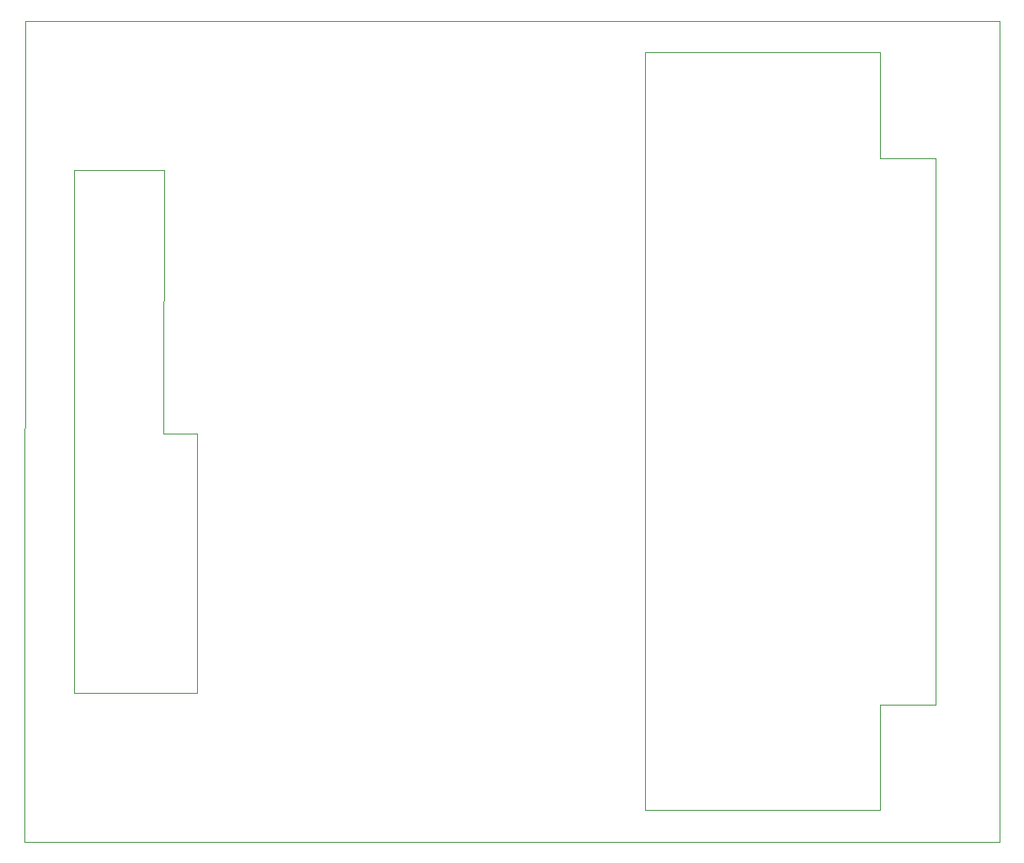
<source format=gbr>
G04 #@! TF.GenerationSoftware,KiCad,Pcbnew,(5.1.2)-2*
G04 #@! TF.CreationDate,2022-01-19T07:15:10-03:00*
G04 #@! TF.ProjectId,MAG_Plus,4d41475f-506c-4757-932e-6b696361645f,rev?*
G04 #@! TF.SameCoordinates,Original*
G04 #@! TF.FileFunction,Profile,NP*
%FSLAX46Y46*%
G04 Gerber Fmt 4.6, Leading zero omitted, Abs format (unit mm)*
G04 Created by KiCad (PCBNEW (5.1.2)-2) date 2022-01-19 07:15:10*
%MOMM*%
%LPD*%
G04 APERTURE LIST*
%ADD10C,0.050000*%
G04 APERTURE END LIST*
D10*
X74250000Y-15200000D02*
X97900000Y-15200000D01*
X74250000Y-91400000D02*
X97900000Y-91400000D01*
X74250000Y-79600000D02*
X74250000Y-15200000D01*
X74250000Y-79600000D02*
X74250000Y-91400000D01*
X25890000Y-53510000D02*
X25900000Y-27000000D01*
X29260000Y-79600000D02*
X29260000Y-72810000D01*
X29260000Y-64930000D02*
X29260000Y-72810000D01*
X29270000Y-53520000D02*
X29260000Y-64930000D01*
X25890000Y-53510000D02*
X29270000Y-53520000D01*
X16900000Y-27000000D02*
X16900000Y-79600000D01*
X25900000Y-27000000D02*
X16900000Y-27000000D01*
X16900000Y-79600000D02*
X29260000Y-79600000D01*
X97910000Y-80800000D02*
X97900000Y-91400000D01*
X103500000Y-80800000D02*
X97910000Y-80800000D01*
X103500000Y-25800000D02*
X103500000Y-80800000D01*
X97900000Y-25800000D02*
X103500000Y-25800000D01*
X97900000Y-15200000D02*
X97900000Y-25800000D01*
X109900000Y-12000000D02*
X12000000Y-12000000D01*
X109900000Y-94600000D02*
X109900000Y-12000000D01*
X11900000Y-94600000D02*
X109900000Y-94600000D01*
X12000000Y-12000000D02*
X11900000Y-94600000D01*
M02*

</source>
